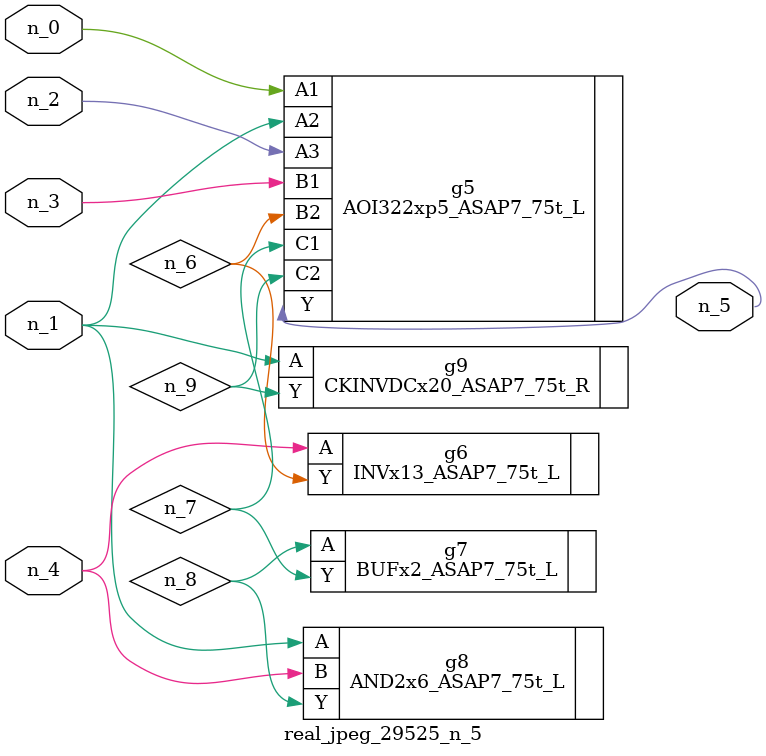
<source format=v>
module real_jpeg_29525_n_5 (n_4, n_0, n_1, n_2, n_3, n_5);

input n_4;
input n_0;
input n_1;
input n_2;
input n_3;

output n_5;

wire n_8;
wire n_6;
wire n_7;
wire n_9;

AOI322xp5_ASAP7_75t_L g5 ( 
.A1(n_0),
.A2(n_1),
.A3(n_2),
.B1(n_3),
.B2(n_6),
.C1(n_7),
.C2(n_9),
.Y(n_5)
);

AND2x6_ASAP7_75t_L g8 ( 
.A(n_1),
.B(n_4),
.Y(n_8)
);

CKINVDCx20_ASAP7_75t_R g9 ( 
.A(n_1),
.Y(n_9)
);

INVx13_ASAP7_75t_L g6 ( 
.A(n_4),
.Y(n_6)
);

BUFx2_ASAP7_75t_L g7 ( 
.A(n_8),
.Y(n_7)
);


endmodule
</source>
